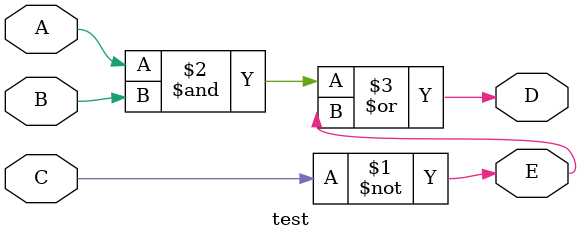
<source format=v>
module test(A, B, C, D, E);
    
    output D, E;
    input  A, B, C;
    
    assign E = ~C;
    assign D = (A & B) | E;
    
endmodule
</source>
